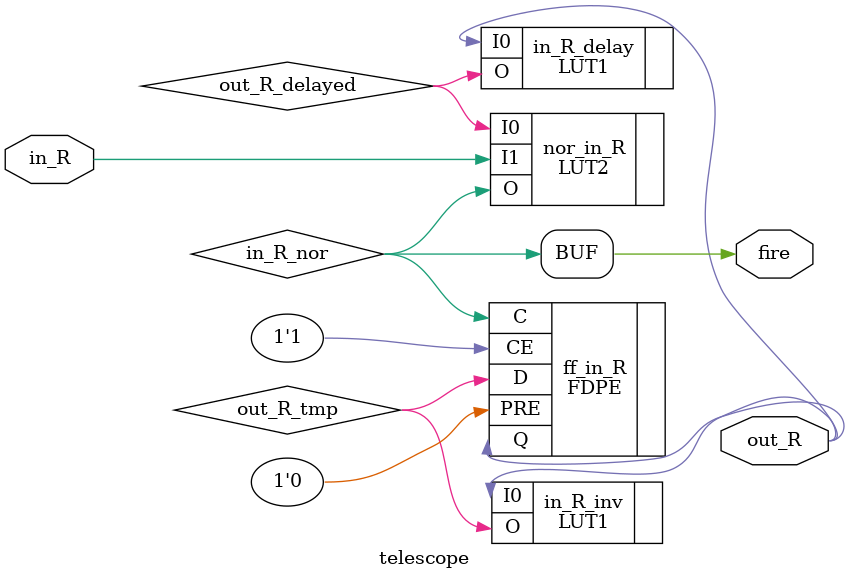
<source format=v>
module telescope(in_R, out_R, fire);       
 	input	in_R;      
	output	fire, out_R;       
       
	wire	in_R_nor, out_R_delayed, out_R_tmp;       
	assign	fire = in_R_nor;       
 	    
  LUT2 #(.INIT(4'b0110)) nor_in_R    
	(       
	   .O(in_R_nor),        
	   .I0(out_R_delayed),        
	   .I1(in_R)        
 	);      
       
	FDPE #(.INIT(1'b0)) ff_in_R (       
 		  .Q(out_R),         
		  .C(in_R_nor),        
		  .CE(1'b1),         
		  .PRE(1'b0),       
		  .D(out_R_tmp)          
	   );       
       
 LUT1 #(.INIT(2'b01)) in_R_inv        
	(       
	   .O(out_R_tmp),         
	   .I0(out_R)         
   );    
       
	LUT1 #(.INIT(2'b10)) in_R_delay        
 	(       
    .O(out_R_delayed),        
    .I0(out_R)       
  );     
       
 endmodule      
       
       
       

</source>
